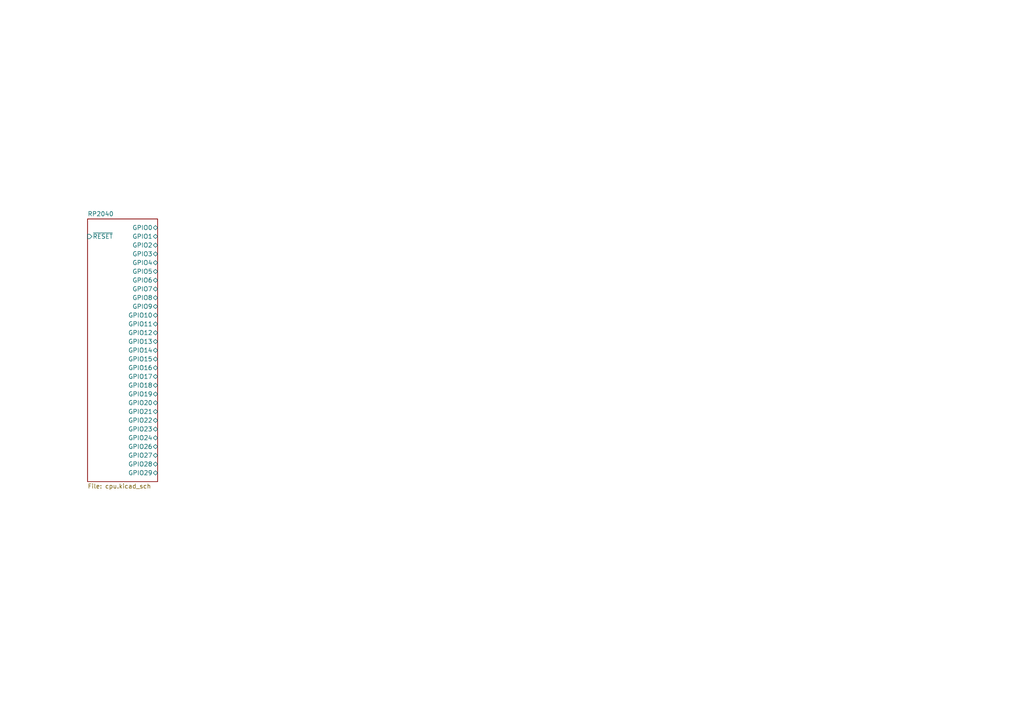
<source format=kicad_sch>
(kicad_sch (version 20211123) (generator eeschema)
  (paper "A4")
  (lib_symbols)
  (sheet (at 25.4 63.5) (size 20.32 76.2) (stroke (width 0.1524))
    (property "Sheet name" "RP2040" (at 25.4 62.7884 0) (effects (justify left bottom)))
    (property "Sheet file" "cpu.kicad_sch" (at 25.4 140.2846 0) (effects (justify left top)))
    (pin "GPIO22" bidirectional (at 45.72 121.92 0))
    (pin "GPIO26" bidirectional (at 45.72 129.54 0))
    (pin "GPIO23" bidirectional (at 45.72 124.46 0))
    (pin "GPIO24" bidirectional (at 45.72 127 0))
    (pin "GPIO15" bidirectional (at 45.72 104.14 0))
    (pin "GPIO14" bidirectional (at 45.72 101.6 0))
    (pin "GPIO16" bidirectional (at 45.72 106.68 0))
    (pin "GPIO17" bidirectional (at 45.72 109.22 0))
    (pin "GPIO21" bidirectional (at 45.72 119.38 0))
    (pin "GPIO20" bidirectional (at 45.72 116.84 0))
    (pin "GPIO19" bidirectional (at 45.72 114.3 0))
    (pin "GPIO18" bidirectional (at 45.72 111.76 0))
    (pin "GPIO27" bidirectional (at 45.72 132.08 0))
    (pin "GPIO29" bidirectional (at 45.72 137.16 0))
    (pin "GPIO28" bidirectional (at 45.72 134.62 0))
    (pin "GPIO1" bidirectional (at 45.72 68.58 0))
    (pin "GPIO0" bidirectional (at 45.72 66.04 0))
    (pin "GPIO8" bidirectional (at 45.72 86.36 0))
    (pin "GPIO7" bidirectional (at 45.72 83.82 0))
    (pin "GPIO5" bidirectional (at 45.72 78.74 0))
    (pin "GPIO6" bidirectional (at 45.72 81.28 0))
    (pin "GPIO4" bidirectional (at 45.72 76.2 0))
    (pin "GPIO2" bidirectional (at 45.72 71.12 0))
    (pin "GPIO3" bidirectional (at 45.72 73.66 0))
    (pin "GPIO11" bidirectional (at 45.72 93.98 0))
    (pin "GPIO10" bidirectional (at 45.72 91.44 0))
    (pin "GPIO12" bidirectional (at 45.72 96.52 0))
    (pin "GPIO13" bidirectional (at 45.72 99.06 0))
    (pin "GPIO9" bidirectional (at 45.72 88.9 0))
    (pin "~{RESET}" input (at 25.4 68.58 180))
  )
)
</source>
